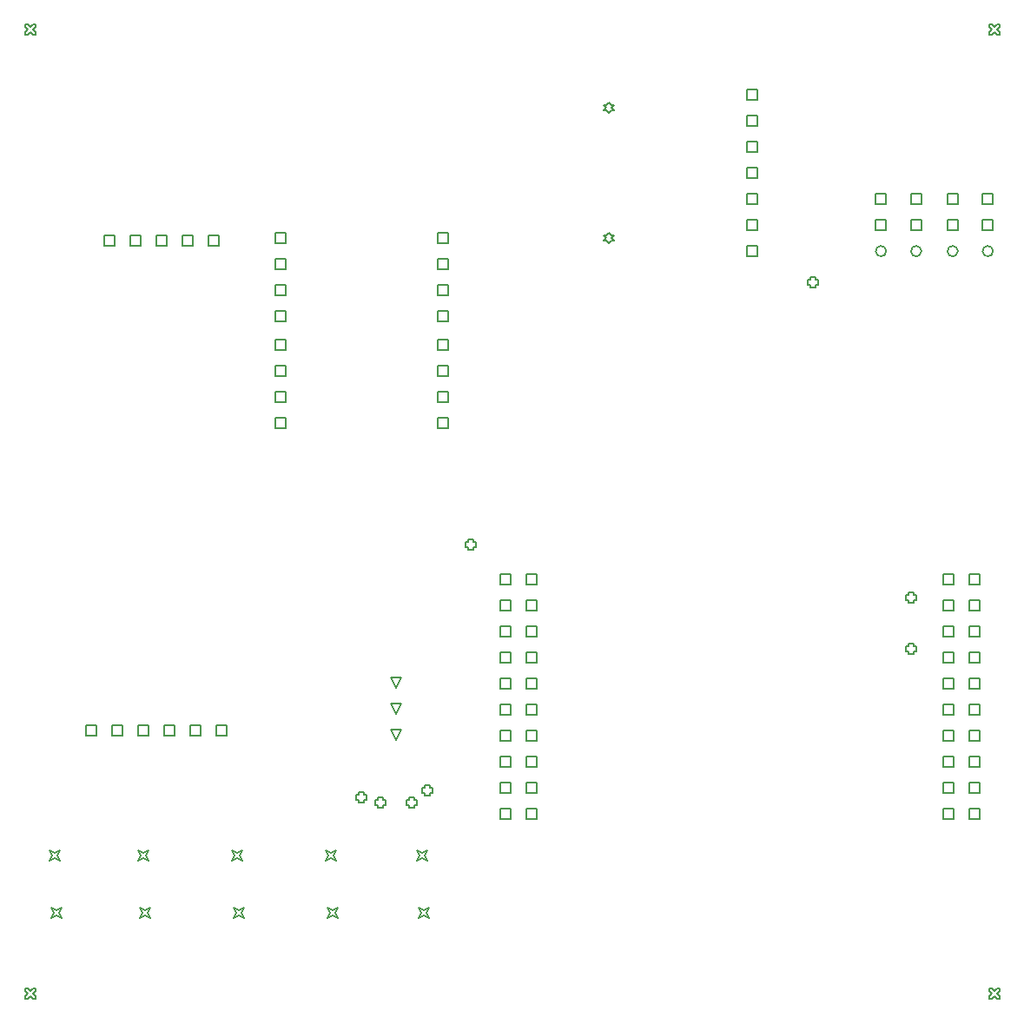
<source format=gbr>
%TF.GenerationSoftware,Altium Limited,Altium Designer,18.1.9 (240)*%
G04 Layer_Color=2752767*
%FSLAX26Y26*%
%MOIN*%
%TF.FileFunction,Drawing*%
%TF.Part,Single*%
G01*
G75*
%TA.AperFunction,NonConductor*%
%ADD52C,0.005000*%
%ADD53C,0.006667*%
D52*
X835000Y3020000D02*
Y3060000D01*
X875000D01*
Y3020000D01*
X835000D01*
X735000D02*
Y3060000D01*
X775000D01*
Y3020000D01*
X735000D01*
X435000D02*
Y3060000D01*
X475000D01*
Y3020000D01*
X435000D01*
X535000D02*
Y3060000D01*
X575000D01*
Y3020000D01*
X535000D01*
X635000D02*
Y3060000D01*
X675000D01*
Y3020000D01*
X635000D01*
X3395000Y3180000D02*
Y3220000D01*
X3435000D01*
Y3180000D01*
X3395000D01*
Y3080000D02*
Y3120000D01*
X3435000D01*
Y3080000D01*
X3395000D01*
X3530000D02*
Y3120000D01*
X3570000D01*
Y3080000D01*
X3530000D01*
Y3180000D02*
Y3220000D01*
X3570000D01*
Y3180000D01*
X3530000D01*
X3670000D02*
Y3220000D01*
X3710000D01*
Y3180000D01*
X3670000D01*
Y3080000D02*
Y3120000D01*
X3710000D01*
Y3080000D01*
X3670000D01*
X3805000D02*
Y3120000D01*
X3845000D01*
Y3080000D01*
X3805000D01*
Y3180000D02*
Y3220000D01*
X3845000D01*
Y3180000D01*
X3805000D01*
X1555000Y1225000D02*
X1535000Y1265000D01*
X1575000D01*
X1555000Y1225000D01*
Y1325000D02*
X1535000Y1365000D01*
X1575000D01*
X1555000Y1325000D01*
Y1125000D02*
X1535000Y1165000D01*
X1575000D01*
X1555000Y1125000D01*
X3755000Y820000D02*
Y860000D01*
X3795000D01*
Y820000D01*
X3755000D01*
Y920000D02*
Y960000D01*
X3795000D01*
Y920000D01*
X3755000D01*
Y1020000D02*
Y1060000D01*
X3795000D01*
Y1020000D01*
X3755000D01*
Y1120000D02*
Y1160000D01*
X3795000D01*
Y1120000D01*
X3755000D01*
Y1220000D02*
Y1260000D01*
X3795000D01*
Y1220000D01*
X3755000D01*
Y1320000D02*
Y1360000D01*
X3795000D01*
Y1320000D01*
X3755000D01*
Y1420000D02*
Y1460000D01*
X3795000D01*
Y1420000D01*
X3755000D01*
Y1520000D02*
Y1560000D01*
X3795000D01*
Y1520000D01*
X3755000D01*
Y1620000D02*
Y1660000D01*
X3795000D01*
Y1620000D01*
X3755000D01*
Y1720000D02*
Y1760000D01*
X3795000D01*
Y1720000D01*
X3755000D01*
X3655000Y820000D02*
Y860000D01*
X3695000D01*
Y820000D01*
X3655000D01*
Y920000D02*
Y960000D01*
X3695000D01*
Y920000D01*
X3655000D01*
Y1020000D02*
Y1060000D01*
X3695000D01*
Y1020000D01*
X3655000D01*
Y1120000D02*
Y1160000D01*
X3695000D01*
Y1120000D01*
X3655000D01*
Y1220000D02*
Y1260000D01*
X3695000D01*
Y1220000D01*
X3655000D01*
Y1320000D02*
Y1360000D01*
X3695000D01*
Y1320000D01*
X3655000D01*
Y1420000D02*
Y1460000D01*
X3695000D01*
Y1420000D01*
X3655000D01*
Y1520000D02*
Y1560000D01*
X3695000D01*
Y1520000D01*
X3655000D01*
Y1620000D02*
Y1660000D01*
X3695000D01*
Y1620000D01*
X3655000D01*
Y1720000D02*
Y1760000D01*
X3695000D01*
Y1720000D01*
X3655000D01*
X1955000D02*
Y1760000D01*
X1995000D01*
Y1720000D01*
X1955000D01*
Y1620000D02*
Y1660000D01*
X1995000D01*
Y1620000D01*
X1955000D01*
Y1520000D02*
Y1560000D01*
X1995000D01*
Y1520000D01*
X1955000D01*
Y1420000D02*
Y1460000D01*
X1995000D01*
Y1420000D01*
X1955000D01*
Y1320000D02*
Y1360000D01*
X1995000D01*
Y1320000D01*
X1955000D01*
Y1220000D02*
Y1260000D01*
X1995000D01*
Y1220000D01*
X1955000D01*
Y1120000D02*
Y1160000D01*
X1995000D01*
Y1120000D01*
X1955000D01*
Y1020000D02*
Y1060000D01*
X1995000D01*
Y1020000D01*
X1955000D01*
Y920000D02*
Y960000D01*
X1995000D01*
Y920000D01*
X1955000D01*
Y820000D02*
Y860000D01*
X1995000D01*
Y820000D01*
X1955000D01*
X2055000Y1720000D02*
Y1760000D01*
X2095000D01*
Y1720000D01*
X2055000D01*
Y1620000D02*
Y1660000D01*
X2095000D01*
Y1620000D01*
X2055000D01*
Y1520000D02*
Y1560000D01*
X2095000D01*
Y1520000D01*
X2055000D01*
Y1420000D02*
Y1460000D01*
X2095000D01*
Y1420000D01*
X2055000D01*
Y1320000D02*
Y1360000D01*
X2095000D01*
Y1320000D01*
X2055000D01*
Y1220000D02*
Y1260000D01*
X2095000D01*
Y1220000D01*
X2055000D01*
Y1120000D02*
Y1160000D01*
X2095000D01*
Y1120000D01*
X2055000D01*
Y1020000D02*
Y1060000D01*
X2095000D01*
Y1020000D01*
X2055000D01*
Y920000D02*
Y960000D01*
X2095000D01*
Y920000D01*
X2055000D01*
Y820000D02*
Y860000D01*
X2095000D01*
Y820000D01*
X2055000D01*
X2900000Y3280000D02*
Y3320000D01*
X2940000D01*
Y3280000D01*
X2900000D01*
Y3180000D02*
Y3220000D01*
X2940000D01*
Y3180000D01*
X2900000D01*
Y3080000D02*
Y3120000D01*
X2940000D01*
Y3080000D01*
X2900000D01*
Y2980000D02*
Y3020000D01*
X2940000D01*
Y2980000D01*
X2900000D01*
Y3380000D02*
Y3420000D01*
X2940000D01*
Y3380000D01*
X2900000D01*
Y3480000D02*
Y3520000D01*
X2940000D01*
Y3480000D01*
X2900000D01*
Y3580000D02*
Y3620000D01*
X2940000D01*
Y3580000D01*
X2900000D01*
X2370000Y3030000D02*
X2380000Y3040000D01*
X2390000D01*
X2380000Y3050000D01*
X2390000Y3060000D01*
X2380000D01*
X2370000Y3070000D01*
X2360000Y3060000D01*
X2350000D01*
X2360000Y3050000D01*
X2350000Y3040000D01*
X2360000D01*
X2370000Y3030000D01*
Y3530000D02*
X2380000Y3540000D01*
X2390000D01*
X2380000Y3550000D01*
X2390000Y3560000D01*
X2380000D01*
X2370000Y3570000D01*
X2360000Y3560000D01*
X2350000D01*
X2360000Y3550000D01*
X2350000Y3540000D01*
X2360000D01*
X2370000Y3530000D01*
X1090000Y3030000D02*
Y3070000D01*
X1130000D01*
Y3030000D01*
X1090000D01*
Y2830000D02*
Y2870000D01*
X1130000D01*
Y2830000D01*
X1090000D01*
Y2730000D02*
Y2770000D01*
X1130000D01*
Y2730000D01*
X1090000D01*
Y2620000D02*
Y2660000D01*
X1130000D01*
Y2620000D01*
X1090000D01*
Y2520000D02*
Y2560000D01*
X1130000D01*
Y2520000D01*
X1090000D01*
Y2420000D02*
Y2460000D01*
X1130000D01*
Y2420000D01*
X1090000D01*
Y2320000D02*
Y2360000D01*
X1130000D01*
Y2320000D01*
X1090000D01*
Y2930000D02*
Y2970000D01*
X1130000D01*
Y2930000D01*
X1090000D01*
X1715000Y3030000D02*
Y3070000D01*
X1755000D01*
Y3030000D01*
X1715000D01*
Y2830000D02*
Y2870000D01*
X1755000D01*
Y2830000D01*
X1715000D01*
Y2730000D02*
Y2770000D01*
X1755000D01*
Y2730000D01*
X1715000D01*
Y2620000D02*
Y2660000D01*
X1755000D01*
Y2620000D01*
X1715000D01*
Y2520000D02*
Y2560000D01*
X1755000D01*
Y2520000D01*
X1715000D01*
Y2420000D02*
Y2460000D01*
X1755000D01*
Y2420000D01*
X1715000D01*
Y2320000D02*
Y2360000D01*
X1755000D01*
Y2320000D01*
X1715000D01*
Y2930000D02*
Y2970000D01*
X1755000D01*
Y2930000D01*
X1715000D01*
X365000Y1140000D02*
Y1180000D01*
X405000D01*
Y1140000D01*
X365000D01*
X465000D02*
Y1180000D01*
X505000D01*
Y1140000D01*
X465000D01*
X565000D02*
Y1180000D01*
X605000D01*
Y1140000D01*
X565000D01*
X665000D02*
Y1180000D01*
X705000D01*
Y1140000D01*
X665000D01*
X765000D02*
Y1180000D01*
X805000D01*
Y1140000D01*
X765000D01*
X865000D02*
Y1180000D01*
X905000D01*
Y1140000D01*
X865000D01*
X225000Y660000D02*
X235000Y680000D01*
X225000Y700000D01*
X245000Y690000D01*
X265000Y700000D01*
X255000Y680000D01*
X265000Y660000D01*
X245000Y670000D01*
X225000Y660000D01*
X230000Y440000D02*
X240000Y460000D01*
X230000Y480000D01*
X250000Y470000D01*
X270000Y480000D01*
X260000Y460000D01*
X270000Y440000D01*
X250000Y450000D01*
X230000Y440000D01*
X565000Y660000D02*
X575000Y680000D01*
X565000Y700000D01*
X585000Y690000D01*
X605000Y700000D01*
X595000Y680000D01*
X605000Y660000D01*
X585000Y670000D01*
X565000Y660000D01*
X570000Y440000D02*
X580000Y460000D01*
X570000Y480000D01*
X590000Y470000D01*
X610000Y480000D01*
X600000Y460000D01*
X610000Y440000D01*
X590000Y450000D01*
X570000Y440000D01*
X925000Y660000D02*
X935000Y680000D01*
X925000Y700000D01*
X945000Y690000D01*
X965000Y700000D01*
X955000Y680000D01*
X965000Y660000D01*
X945000Y670000D01*
X925000Y660000D01*
X930000Y440000D02*
X940000Y460000D01*
X930000Y480000D01*
X950000Y470000D01*
X970000Y480000D01*
X960000Y460000D01*
X970000Y440000D01*
X950000Y450000D01*
X930000Y440000D01*
X1285000Y660000D02*
X1295000Y680000D01*
X1285000Y700000D01*
X1305000Y690000D01*
X1325000Y700000D01*
X1315000Y680000D01*
X1325000Y660000D01*
X1305000Y670000D01*
X1285000Y660000D01*
X1290000Y440000D02*
X1300000Y460000D01*
X1290000Y480000D01*
X1310000Y470000D01*
X1330000Y480000D01*
X1320000Y460000D01*
X1330000Y440000D01*
X1310000Y450000D01*
X1290000Y440000D01*
X1635000Y660000D02*
X1645000Y680000D01*
X1635000Y700000D01*
X1655000Y690000D01*
X1675000Y700000D01*
X1665000Y680000D01*
X1675000Y660000D01*
X1655000Y670000D01*
X1635000Y660000D01*
X1640000Y440000D02*
X1650000Y460000D01*
X1640000Y480000D01*
X1660000Y470000D01*
X1680000Y480000D01*
X1670000Y460000D01*
X1680000Y440000D01*
X1660000Y450000D01*
X1640000Y440000D01*
X3145000Y2870000D02*
Y2860000D01*
X3165000D01*
Y2870000D01*
X3175000D01*
Y2890000D01*
X3165000D01*
Y2900000D01*
X3145000D01*
Y2890000D01*
X3135000D01*
Y2870000D01*
X3145000D01*
X1665000Y919558D02*
Y909558D01*
X1685000D01*
Y919558D01*
X1695000D01*
Y939558D01*
X1685000D01*
Y949558D01*
X1665000D01*
Y939558D01*
X1655000D01*
Y919558D01*
X1665000D01*
X1410000Y895000D02*
Y885000D01*
X1430000D01*
Y895000D01*
X1440000D01*
Y915000D01*
X1430000D01*
Y925000D01*
X1410000D01*
Y915000D01*
X1400000D01*
Y895000D01*
X1410000D01*
X1605000Y875000D02*
Y865000D01*
X1625000D01*
Y875000D01*
X1635000D01*
Y895000D01*
X1625000D01*
Y905000D01*
X1605000D01*
Y895000D01*
X1595000D01*
Y875000D01*
X1605000D01*
X1485000D02*
Y865000D01*
X1505000D01*
Y875000D01*
X1515000D01*
Y895000D01*
X1505000D01*
Y905000D01*
X1485000D01*
Y895000D01*
X1475000D01*
Y875000D01*
X1485000D01*
X1830000Y1865000D02*
Y1855000D01*
X1850000D01*
Y1865000D01*
X1860000D01*
Y1885000D01*
X1850000D01*
Y1895000D01*
X1830000D01*
Y1885000D01*
X1820000D01*
Y1865000D01*
X1830000D01*
X3520000Y1465000D02*
Y1455000D01*
X3540000D01*
Y1465000D01*
X3550000D01*
Y1485000D01*
X3540000D01*
Y1495000D01*
X3520000D01*
Y1485000D01*
X3510000D01*
Y1465000D01*
X3520000D01*
Y1660000D02*
Y1650000D01*
X3540000D01*
Y1660000D01*
X3550000D01*
Y1680000D01*
X3540000D01*
Y1690000D01*
X3520000D01*
Y1680000D01*
X3510000D01*
Y1660000D01*
X3520000D01*
X130000Y130000D02*
X140000D01*
X150000Y140000D01*
X160000Y130000D01*
X170000D01*
Y140000D01*
X160000Y150000D01*
X170000Y160000D01*
Y170000D01*
X160000D01*
X150000Y160000D01*
X140000Y170000D01*
X130000D01*
Y160000D01*
X140000Y150000D01*
X130000Y140000D01*
Y130000D01*
Y3830000D02*
X140000D01*
X150000Y3840000D01*
X160000Y3830000D01*
X170000D01*
Y3840000D01*
X160000Y3850000D01*
X170000Y3860000D01*
Y3870000D01*
X160000D01*
X150000Y3860000D01*
X140000Y3870000D01*
X130000D01*
Y3860000D01*
X140000Y3850000D01*
X130000Y3840000D01*
Y3830000D01*
X3830000D02*
X3840000D01*
X3850000Y3840000D01*
X3860000Y3830000D01*
X3870000D01*
Y3840000D01*
X3860000Y3850000D01*
X3870000Y3860000D01*
Y3870000D01*
X3860000D01*
X3850000Y3860000D01*
X3840000Y3870000D01*
X3830000D01*
Y3860000D01*
X3840000Y3850000D01*
X3830000Y3840000D01*
Y3830000D01*
Y130000D02*
X3840000D01*
X3850000Y140000D01*
X3860000Y130000D01*
X3870000D01*
Y140000D01*
X3860000Y150000D01*
X3870000Y160000D01*
Y170000D01*
X3860000D01*
X3850000Y160000D01*
X3840000Y170000D01*
X3830000D01*
Y160000D01*
X3840000Y150000D01*
X3830000Y140000D01*
Y130000D01*
D53*
X3435000Y3000000D02*
G03*
X3435000Y3000000I-20000J0D01*
G01*
X3570000D02*
G03*
X3570000Y3000000I-20000J0D01*
G01*
X3710000D02*
G03*
X3710000Y3000000I-20000J0D01*
G01*
X3845000D02*
G03*
X3845000Y3000000I-20000J0D01*
G01*
%TF.MD5,e33a5d1e64fc29915f634704d6104c1f*%
M02*

</source>
